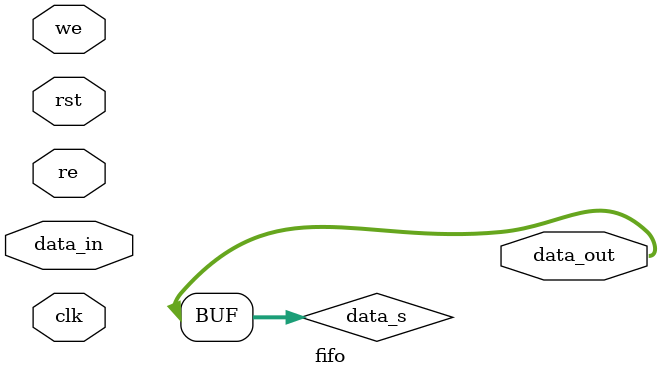
<source format=sv>
module fifo #(
    parameter logic [3:0] WIDTH = 8  
)(
    input logic clk,
    input logic rst,
    input logic re,
    input logic we,
    input logic[WIDTH-1 : 0] data_in,
    output logic[WIDTH-1 : 0] data_out
);
  logic[WIDTH-1 : 0] data_c, data_s;

  assign data_out = data_s;
  
endmodule
</source>
